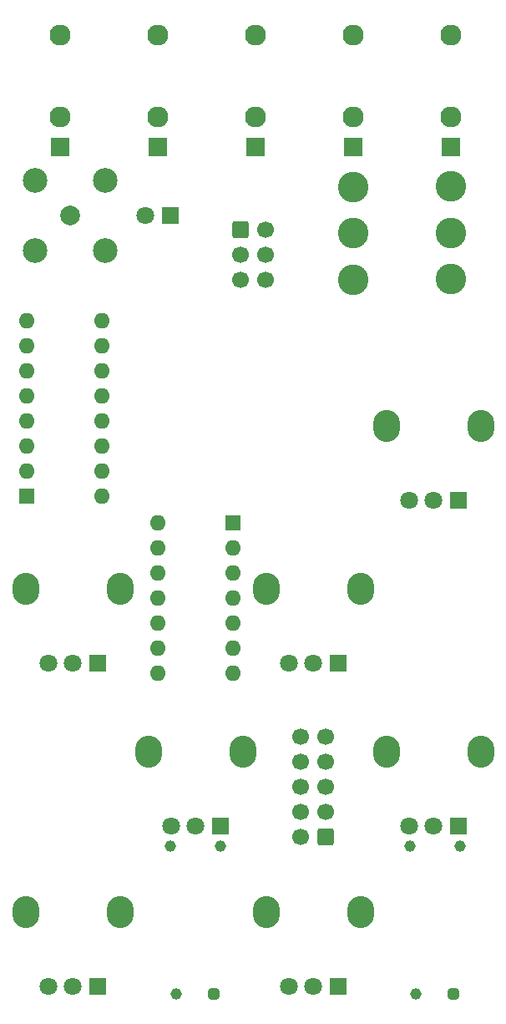
<source format=gbs>
G04 #@! TF.GenerationSoftware,KiCad,Pcbnew,(6.0.0)*
G04 #@! TF.CreationDate,2022-08-05T10:14:58-07:00*
G04 #@! TF.ProjectId,synth,73796e74-682e-46b6-9963-61645f706362,rev?*
G04 #@! TF.SameCoordinates,Original*
G04 #@! TF.FileFunction,Soldermask,Bot*
G04 #@! TF.FilePolarity,Negative*
%FSLAX46Y46*%
G04 Gerber Fmt 4.6, Leading zero omitted, Abs format (unit mm)*
G04 Created by KiCad (PCBNEW (6.0.0)) date 2022-08-05 10:14:58*
%MOMM*%
%LPD*%
G01*
G04 APERTURE LIST*
G04 Aperture macros list*
%AMRoundRect*
0 Rectangle with rounded corners*
0 $1 Rounding radius*
0 $2 $3 $4 $5 $6 $7 $8 $9 X,Y pos of 4 corners*
0 Add a 4 corners polygon primitive as box body*
4,1,4,$2,$3,$4,$5,$6,$7,$8,$9,$2,$3,0*
0 Add four circle primitives for the rounded corners*
1,1,$1+$1,$2,$3*
1,1,$1+$1,$4,$5*
1,1,$1+$1,$6,$7*
1,1,$1+$1,$8,$9*
0 Add four rect primitives between the rounded corners*
20,1,$1+$1,$2,$3,$4,$5,0*
20,1,$1+$1,$4,$5,$6,$7,0*
20,1,$1+$1,$6,$7,$8,$9,0*
20,1,$1+$1,$8,$9,$2,$3,0*%
G04 Aperture macros list end*
%ADD10RoundRect,0.250000X-0.600000X-0.600000X0.600000X-0.600000X0.600000X0.600000X-0.600000X0.600000X0*%
%ADD11C,1.700000*%
%ADD12RoundRect,0.250000X0.600000X0.600000X-0.600000X0.600000X-0.600000X-0.600000X0.600000X-0.600000X0*%
%ADD13O,2.720000X3.240000*%
%ADD14R,1.800000X1.800000*%
%ADD15C,1.800000*%
%ADD16C,2.000000*%
%ADD17C,2.500000*%
%ADD18R,1.600000X1.600000*%
%ADD19O,1.600000X1.600000*%
%ADD20R,1.930000X1.830000*%
%ADD21C,2.130000*%
%ADD22RoundRect,0.287500X0.287500X-0.287500X0.287500X0.287500X-0.287500X0.287500X-0.287500X-0.287500X0*%
%ADD23C,1.150000*%
%ADD24C,3.100000*%
G04 APERTURE END LIST*
D10*
X146900000Y-63900000D03*
D11*
X149440000Y-63900000D03*
X146900000Y-66440000D03*
X149440000Y-66440000D03*
X146900000Y-68980000D03*
X149440000Y-68980000D03*
D12*
X155552500Y-125480000D03*
D11*
X153012500Y-125480000D03*
X155552500Y-122940000D03*
X153012500Y-122940000D03*
X155552500Y-120400000D03*
X153012500Y-120400000D03*
X155552500Y-117860000D03*
X153012500Y-117860000D03*
X155552500Y-115320000D03*
X153012500Y-115320000D03*
D13*
X171278618Y-116843000D03*
X161678618Y-116843000D03*
D14*
X168978618Y-124343000D03*
D15*
X166478618Y-124343000D03*
X163978618Y-124343000D03*
D16*
X129648618Y-62484000D03*
D17*
X126113084Y-66019534D03*
X126113084Y-58948466D03*
X133184152Y-58948466D03*
X133184152Y-66019534D03*
D13*
X161678618Y-83823000D03*
X171278618Y-83823000D03*
D14*
X168978618Y-91323000D03*
D15*
X166478618Y-91323000D03*
X163978618Y-91323000D03*
D14*
X139775000Y-62500000D03*
D15*
X137235000Y-62500000D03*
D18*
X125222000Y-90977000D03*
D19*
X125222000Y-88437000D03*
X125222000Y-85897000D03*
X125222000Y-83357000D03*
X125222000Y-80817000D03*
X125222000Y-78277000D03*
X125222000Y-75737000D03*
X125222000Y-73197000D03*
X132842000Y-73197000D03*
X132842000Y-75737000D03*
X132842000Y-78277000D03*
X132842000Y-80817000D03*
X132842000Y-83357000D03*
X132842000Y-85897000D03*
X132842000Y-88437000D03*
X132842000Y-90977000D03*
D20*
X148444618Y-55564000D03*
D21*
X148444618Y-44164000D03*
X148444618Y-52464000D03*
D13*
X137548618Y-116843000D03*
X147148618Y-116843000D03*
D14*
X144848618Y-124343000D03*
D15*
X142348618Y-124343000D03*
X139848618Y-124343000D03*
D18*
X146100000Y-93675000D03*
D19*
X146100000Y-96215000D03*
X146100000Y-98755000D03*
X146100000Y-101295000D03*
X146100000Y-103835000D03*
X146100000Y-106375000D03*
X146100000Y-108915000D03*
X138480000Y-108915000D03*
X138480000Y-106375000D03*
X138480000Y-103835000D03*
X138480000Y-101295000D03*
X138480000Y-98755000D03*
X138480000Y-96215000D03*
X138480000Y-93675000D03*
D13*
X134702618Y-133099000D03*
X125102618Y-133099000D03*
D14*
X132402618Y-140599000D03*
D15*
X129902618Y-140599000D03*
X127402618Y-140599000D03*
D22*
X144200000Y-141400000D03*
D23*
X140400000Y-141400000D03*
X144840000Y-126400000D03*
X139760000Y-126400000D03*
D22*
X168500000Y-141400000D03*
D23*
X164700000Y-141400000D03*
X169140000Y-126400000D03*
X164060000Y-126400000D03*
D13*
X149486618Y-100333000D03*
X159086618Y-100333000D03*
D14*
X156786618Y-107833000D03*
D15*
X154286618Y-107833000D03*
X151786618Y-107833000D03*
D13*
X159086618Y-133099000D03*
X149486618Y-133099000D03*
D14*
X156786618Y-140599000D03*
D15*
X154286618Y-140599000D03*
X151786618Y-140599000D03*
D24*
X168256618Y-68962000D03*
X168256618Y-64262000D03*
X168256618Y-59562000D03*
D20*
X128632618Y-55564000D03*
D21*
X128632618Y-44164000D03*
X128632618Y-52464000D03*
D24*
X158350618Y-59600000D03*
X158350618Y-64300000D03*
X158350618Y-69000000D03*
D20*
X158350618Y-55564000D03*
D21*
X158350618Y-44164000D03*
X158350618Y-52464000D03*
D20*
X138538618Y-55564000D03*
D21*
X138538618Y-44164000D03*
X138538618Y-52464000D03*
D13*
X134702618Y-100333000D03*
X125102618Y-100333000D03*
D14*
X132402618Y-107833000D03*
D15*
X129902618Y-107833000D03*
X127402618Y-107833000D03*
D20*
X168256618Y-55564000D03*
D21*
X168256618Y-44164000D03*
X168256618Y-52464000D03*
M02*

</source>
